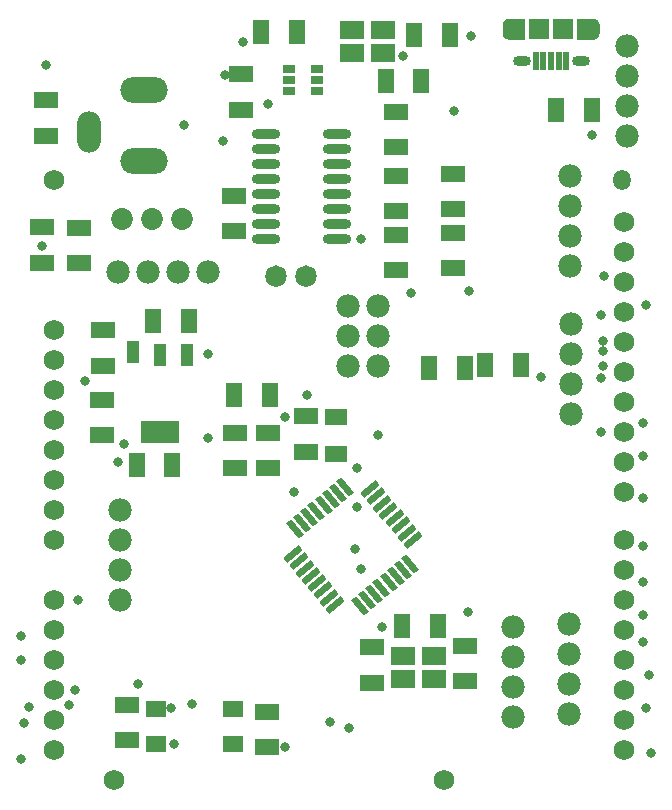
<source format=gts>
G04*
G04 #@! TF.GenerationSoftware,Altium Limited,Altium Designer,24.2.2 (26)*
G04*
G04 Layer_Color=8388736*
%FSLAX44Y44*%
%MOMM*%
G71*
G04*
G04 #@! TF.SameCoordinates,124A1895-3AD2-4E28-9B74-7A6451F43074*
G04*
G04*
G04 #@! TF.FilePolarity,Negative*
G04*
G01*
G75*
%ADD25R,1.8542X1.3716*%
%ADD36C,0.0000*%
%ADD37R,2.0066X1.3208*%
%ADD38R,1.7032X1.4032*%
%ADD39R,3.3020X1.9032*%
%ADD40R,1.0414X1.9032*%
%ADD41R,1.3208X2.0066*%
%ADD42R,2.0032X1.6032*%
G04:AMPARAMS|DCode=43|XSize=0.5588mm|YSize=1.7008mm|CornerRadius=0mm|HoleSize=0mm|Usage=FLASHONLY|Rotation=40.000|XOffset=0mm|YOffset=0mm|HoleType=Round|Shape=Rectangle|*
%AMROTATEDRECTD43*
4,1,4,0.3326,-0.8310,-0.7607,0.4719,-0.3326,0.8310,0.7607,-0.4719,0.3326,-0.8310,0.0*
%
%ADD43ROTATEDRECTD43*%

G04:AMPARAMS|DCode=44|XSize=0.5588mm|YSize=1.7008mm|CornerRadius=0mm|HoleSize=0mm|Usage=FLASHONLY|Rotation=310.000|XOffset=0mm|YOffset=0mm|HoleType=Round|Shape=Rectangle|*
%AMROTATEDRECTD44*
4,1,4,-0.8310,-0.3326,0.4719,0.7607,0.8310,0.3326,-0.4719,-0.7607,-0.8310,-0.3326,0.0*
%
%ADD44ROTATEDRECTD44*%

%ADD45O,2.4032X0.8128*%
%ADD46R,1.7032X1.7532*%
%ADD47R,0.6032X1.5532*%
%ADD48R,1.0508X0.7508*%
%ADD49C,1.9812*%
%ADD50O,2.0032X3.5032*%
%ADD51O,4.0032X2.2032*%
%ADD52C,1.8232*%
%ADD53C,1.7272*%
%ADD54O,0.9782X1.7532*%
%ADD55O,1.5032X0.8532*%
%ADD56C,1.8532*%
%ADD57O,1.4732X1.7272*%
%ADD58C,0.8382*%
G36*
X410064Y652752D02*
X409804Y652772D01*
X409544Y652802D01*
X409284Y652852D01*
X409034Y652912D01*
X408774Y652982D01*
X408534Y653072D01*
X408294Y653172D01*
X408054Y653282D01*
X407824Y653412D01*
X407604Y653552D01*
X407384Y653692D01*
X407174Y653852D01*
X406974Y654022D01*
X406784Y654202D01*
X406604Y654392D01*
X406434Y654592D01*
X406274Y654802D01*
X406134Y655022D01*
X405994Y655242D01*
X405864Y655472D01*
X405754Y655712D01*
X405654Y655952D01*
X405564Y656192D01*
X405494Y656452D01*
X405434Y656702D01*
X405384Y656962D01*
X405354Y657222D01*
X405334Y657482D01*
X405324Y657742D01*
Y665242D01*
X405334Y665502D01*
X405354Y665762D01*
X405384Y666022D01*
X405434Y666282D01*
X405494Y666532D01*
X405564Y666792D01*
X405654Y667032D01*
X405754Y667272D01*
X405864Y667512D01*
X405994Y667742D01*
X406134Y667962D01*
X406274Y668182D01*
X406434Y668392D01*
X406604Y668592D01*
X406784Y668782D01*
X406974Y668962D01*
X407174Y669132D01*
X407384Y669292D01*
X407604Y669432D01*
X407824Y669572D01*
X408054Y669702D01*
X408294Y669812D01*
X408534Y669912D01*
X408774Y670002D01*
X409034Y670072D01*
X409284Y670132D01*
X409544Y670182D01*
X409804Y670212D01*
X410064Y670232D01*
X410324Y670242D01*
X424324D01*
Y652742D01*
X410324D01*
X410064Y652752D01*
D02*
G37*
G36*
X468324Y670242D02*
X482324D01*
X482584Y670232D01*
X482844Y670212D01*
X483104Y670182D01*
X483364Y670132D01*
X483614Y670072D01*
X483874Y670002D01*
X484114Y669912D01*
X484354Y669812D01*
X484594Y669702D01*
X484824Y669572D01*
X485044Y669432D01*
X485264Y669292D01*
X485474Y669132D01*
X485674Y668962D01*
X485864Y668782D01*
X486044Y668592D01*
X486214Y668392D01*
X486374Y668182D01*
X486514Y667962D01*
X486654Y667742D01*
X486784Y667512D01*
X486894Y667272D01*
X486994Y667032D01*
X487084Y666792D01*
X487154Y666532D01*
X487214Y666282D01*
X487264Y666022D01*
X487294Y665762D01*
X487314Y665502D01*
X487324Y665242D01*
Y657742D01*
X487314Y657482D01*
X487294Y657222D01*
X487264Y656962D01*
X487214Y656702D01*
X487154Y656452D01*
X487084Y656192D01*
X486994Y655952D01*
X486894Y655712D01*
X486784Y655472D01*
X486654Y655242D01*
X486514Y655022D01*
X486374Y654802D01*
X486214Y654592D01*
X486044Y654392D01*
X485864Y654202D01*
X485674Y654022D01*
X485474Y653852D01*
X485264Y653692D01*
X485044Y653552D01*
X484824Y653412D01*
X484594Y653282D01*
X484354Y653172D01*
X484114Y653072D01*
X483874Y652982D01*
X483614Y652912D01*
X483364Y652852D01*
X483104Y652802D01*
X482844Y652772D01*
X482584Y652752D01*
X482324Y652742D01*
X468324D01*
Y670242D01*
D02*
G37*
D25*
X264160Y301879D02*
D03*
Y333121D02*
D03*
D36*
X221971Y452120D02*
G03*
X221971Y452120I-8611J0D01*
G01*
X247371D02*
G03*
X247371Y452120I-8611J0D01*
G01*
D37*
X205740Y53594D02*
D03*
Y83566D02*
D03*
X373380Y109474D02*
D03*
Y139446D02*
D03*
X238760Y303784D02*
D03*
Y333756D02*
D03*
X66040Y347726D02*
D03*
Y317754D02*
D03*
X15240Y493776D02*
D03*
Y463804D02*
D03*
X87630Y89662D02*
D03*
Y59690D02*
D03*
X294640Y138176D02*
D03*
Y108204D02*
D03*
X179070Y319786D02*
D03*
Y289814D02*
D03*
X207010D02*
D03*
Y319786D02*
D03*
X314706Y487426D02*
D03*
Y457454D02*
D03*
X363220Y488950D02*
D03*
Y458978D02*
D03*
X314706Y537210D02*
D03*
Y507238D02*
D03*
X363474Y539242D02*
D03*
Y509270D02*
D03*
X67056Y376428D02*
D03*
Y406400D02*
D03*
X177800Y520192D02*
D03*
Y490220D02*
D03*
X314960Y591566D02*
D03*
Y561594D02*
D03*
X184150Y623316D02*
D03*
Y593344D02*
D03*
X46482Y463296D02*
D03*
Y493268D02*
D03*
X19050Y601218D02*
D03*
Y571246D02*
D03*
D38*
X177392Y56278D02*
D03*
X111392Y86278D02*
D03*
Y56278D02*
D03*
X177392Y86278D02*
D03*
D39*
X115062Y320814D02*
D03*
D40*
X138176Y385814D02*
D03*
X115062D02*
D03*
X91948Y388314D02*
D03*
D41*
X208026Y351790D02*
D03*
X178054D02*
D03*
X420624Y377190D02*
D03*
X390652D02*
D03*
X373126Y374650D02*
D03*
X343154D02*
D03*
X480568Y593344D02*
D03*
X450596D02*
D03*
X95758Y292862D02*
D03*
X125730D02*
D03*
X320294Y156210D02*
D03*
X350266D02*
D03*
X336296Y617220D02*
D03*
X306324D02*
D03*
X360426Y656590D02*
D03*
X330454D02*
D03*
X230886Y659130D02*
D03*
X200914D02*
D03*
X139463Y414787D02*
D03*
X109491D02*
D03*
D42*
X320810Y130850D02*
D03*
X347210Y111450D02*
D03*
X320810D02*
D03*
X347210Y130850D02*
D03*
X304030Y641310D02*
D03*
X277630Y660710D02*
D03*
X304030D02*
D03*
X277630Y641310D02*
D03*
D43*
X229215Y238347D02*
D03*
X235247Y243409D02*
D03*
X241474Y248633D02*
D03*
X247506Y253694D02*
D03*
X253732Y258919D02*
D03*
X259764Y263980D02*
D03*
X265990Y269205D02*
D03*
X272022Y274266D02*
D03*
X327045Y208693D02*
D03*
X321013Y203631D02*
D03*
X314786Y198407D02*
D03*
X308754Y193346D02*
D03*
X302528Y188121D02*
D03*
X296496Y183060D02*
D03*
X290270Y177835D02*
D03*
X284238Y172774D02*
D03*
D44*
X263618Y174230D02*
D03*
X258557Y180262D02*
D03*
X253332Y186488D02*
D03*
X248271Y192520D02*
D03*
X243046Y198746D02*
D03*
X237985Y204778D02*
D03*
X232760Y211005D02*
D03*
X227699Y217036D02*
D03*
X293272Y272059D02*
D03*
X298334Y266027D02*
D03*
X303558Y259801D02*
D03*
X308619Y253769D02*
D03*
X313844Y247543D02*
D03*
X318905Y241511D02*
D03*
X324130Y235284D02*
D03*
X329191Y229253D02*
D03*
D45*
X264668Y483870D02*
D03*
Y496570D02*
D03*
Y509270D02*
D03*
Y521970D02*
D03*
Y534670D02*
D03*
Y547370D02*
D03*
Y560070D02*
D03*
Y572770D02*
D03*
X205232D02*
D03*
Y560070D02*
D03*
Y547370D02*
D03*
Y534670D02*
D03*
Y521970D02*
D03*
Y509270D02*
D03*
Y496570D02*
D03*
Y483870D02*
D03*
D46*
X436324Y661492D02*
D03*
X456324D02*
D03*
D47*
X433324Y634492D02*
D03*
X439824D02*
D03*
X446324D02*
D03*
X452824D02*
D03*
X459324D02*
D03*
D48*
X224595Y627990D02*
D03*
Y618490D02*
D03*
Y608990D02*
D03*
X248220D02*
D03*
Y618490D02*
D03*
Y627990D02*
D03*
D49*
X510286Y621538D02*
D03*
Y646938D02*
D03*
Y570738D02*
D03*
Y596138D02*
D03*
X299720Y375920D02*
D03*
X274320D02*
D03*
X299720Y401320D02*
D03*
X274320D02*
D03*
X299720Y426720D02*
D03*
X274320D02*
D03*
X104902Y455930D02*
D03*
X79502D02*
D03*
X155702D02*
D03*
X130302D02*
D03*
X463550Y386334D02*
D03*
Y411734D02*
D03*
Y335534D02*
D03*
Y360934D02*
D03*
X81280Y228600D02*
D03*
Y254000D02*
D03*
Y177800D02*
D03*
Y203200D02*
D03*
X461772Y106680D02*
D03*
Y81280D02*
D03*
Y157480D02*
D03*
Y132080D02*
D03*
X413766Y104902D02*
D03*
Y79502D02*
D03*
Y155702D02*
D03*
Y130302D02*
D03*
X462026Y511810D02*
D03*
Y537210D02*
D03*
Y461010D02*
D03*
Y486410D02*
D03*
D50*
X55100Y574600D02*
D03*
D51*
X101600Y609600D02*
D03*
Y549600D02*
D03*
D52*
X213360Y452120D02*
D03*
X238760D02*
D03*
D53*
X508000Y269240D02*
D03*
Y294640D02*
D03*
Y320040D02*
D03*
Y345440D02*
D03*
Y370840D02*
D03*
Y396240D02*
D03*
Y421640D02*
D03*
Y447040D02*
D03*
Y472440D02*
D03*
Y497840D02*
D03*
X25400Y533400D02*
D03*
X355600Y25400D02*
D03*
X76200D02*
D03*
X508000Y228600D02*
D03*
Y203200D02*
D03*
Y177800D02*
D03*
Y152400D02*
D03*
Y127000D02*
D03*
Y101600D02*
D03*
Y76200D02*
D03*
Y50800D02*
D03*
X25400Y228600D02*
D03*
Y254000D02*
D03*
Y279400D02*
D03*
Y304800D02*
D03*
Y330200D02*
D03*
Y355600D02*
D03*
Y381000D02*
D03*
Y406400D02*
D03*
Y50800D02*
D03*
Y76200D02*
D03*
Y101600D02*
D03*
Y127000D02*
D03*
Y152400D02*
D03*
Y177800D02*
D03*
D54*
X411324Y661492D02*
D03*
X481324D02*
D03*
D55*
X421324Y634492D02*
D03*
X471324D02*
D03*
D56*
X83058Y500634D02*
D03*
X108458D02*
D03*
X133858D02*
D03*
D57*
X506730Y533400D02*
D03*
D58*
X220980Y53340D02*
D03*
X127000Y55880D02*
D03*
X490220Y388874D02*
D03*
X489910Y397759D02*
D03*
X489950Y375920D02*
D03*
X438150Y367030D02*
D03*
X526915Y86495D02*
D03*
X488950Y365760D02*
D03*
Y419100D02*
D03*
X491490Y452120D02*
D03*
X524510Y327660D02*
D03*
Y299720D02*
D03*
Y264160D02*
D03*
Y223520D02*
D03*
Y193040D02*
D03*
Y165100D02*
D03*
Y142240D02*
D03*
X529590Y114300D02*
D03*
X530860Y48260D02*
D03*
X-2540Y43180D02*
D03*
X0Y73660D02*
D03*
X43180Y101600D02*
D03*
X-2540Y127000D02*
D03*
X45720Y177800D02*
D03*
X-2540Y147320D02*
D03*
X281940Y289560D02*
D03*
X299749Y317500D02*
D03*
X488950Y320040D02*
D03*
X220980Y332740D02*
D03*
X232596Y331397D02*
D03*
X15240Y477520D02*
D03*
X135890Y580390D02*
D03*
X168910Y566420D02*
D03*
X85090Y309880D02*
D03*
X275590Y69850D02*
D03*
X259080Y74930D02*
D03*
X527050Y427990D02*
D03*
X281940Y256540D02*
D03*
X240030Y351790D02*
D03*
X327660Y438150D02*
D03*
X142240Y90170D02*
D03*
X124460Y86360D02*
D03*
X96212Y107242D02*
D03*
X377190Y439420D02*
D03*
X38100Y88900D02*
D03*
X4445Y87630D02*
D03*
X207010Y598170D02*
D03*
X321310Y638810D02*
D03*
X80010Y294640D02*
D03*
X303530Y154940D02*
D03*
X156210Y386080D02*
D03*
X52070Y363220D02*
D03*
X375920Y167640D02*
D03*
X280670Y220980D02*
D03*
X285750Y204470D02*
D03*
X228600Y269240D02*
D03*
X156210Y314960D02*
D03*
X285750Y483870D02*
D03*
X481330Y571500D02*
D03*
X378460Y655320D02*
D03*
X364490Y591820D02*
D03*
X185420Y650240D02*
D03*
X170180Y622300D02*
D03*
X19050Y631190D02*
D03*
M02*

</source>
